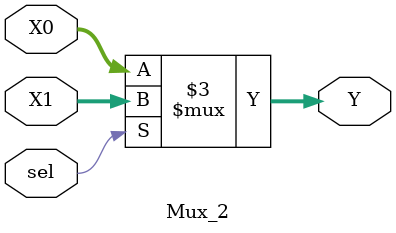
<source format=v>
module Mux_2(
    input wire [31:0] X0, X1,
    input wire sel,
    output reg [31:0] Y
    );
    
    always @*
      if (sel)
        Y = X1;
      else
        Y = X0;
    
endmodule

</source>
